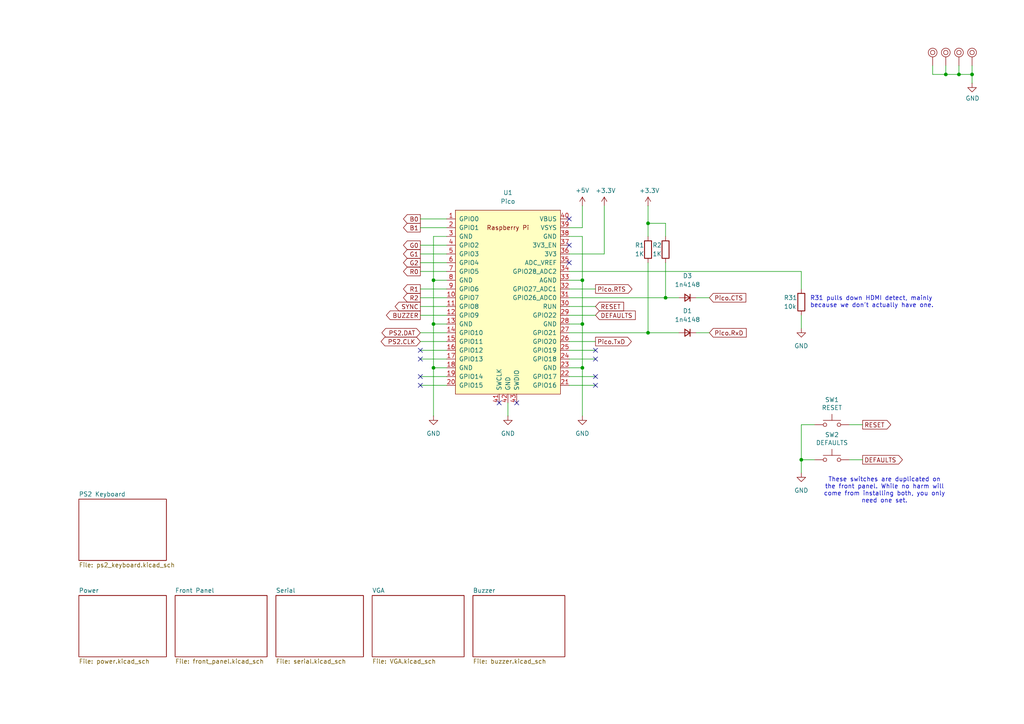
<source format=kicad_sch>
(kicad_sch (version 20231120) (generator "eeschema") (generator_version "8.0")
  (paper "A4")
  (title_block (title "BulkyModem") (rev "A") (comment 2 "for working with VGA.") (comment 3 "Some features have been removed, mostly as I plan to use it as a testbed") (comment 4 "Based on VersaTerm, but adapting the implementation to better fit with the BulkyModem."))
  (lib_symbols
    (symbol "Device:D_Small" (pin_numbers hide) (pin_names (offset 0.254) hide)
      (property "Reference" "D" (at -1.27 2.032 0))
      (property "Value" "D_Small" (at -3.81 -2.032 0))
      (symbol "D_Small_0_1"
        (polyline (pts (xy -0.762 -1.016) (xy -0.762 1.016)) (stroke (width 0.254)))
        (polyline (pts (xy -0.762 0) (xy 0.762 0)))
        (polyline (pts (xy 0.762 -1.016) (xy -0.762 0) (xy 0.762 1.016) (xy 0.762 -1.016)) (stroke (width 0.254)))
      )
      (symbol "D_Small_1_1"
        (pin passive line (at -2.54 0 0) (length 1.778) (name "K") (number "1"))
        (pin passive line (at 2.54 0 180) (length 1.778) (name "A") (number "2"))
      )
    )
    (symbol "Device:R" (pin_numbers hide) (pin_names (offset 0))
      (property "Reference" "R" (at 2.032 0 90))
      (property "Value" "R" (at 0 0 90))
      (symbol "R_0_1"
        (rectangle (start -1.016 -2.54) (end 1.016 2.54) (stroke (width 0.254)))
      )
      (symbol "R_1_1"
        (pin passive line (at 0 3.81 270) (length 1.27) (name "~") (number "1"))
        (pin passive line (at 0 -3.81 90) (length 1.27) (name "~") (number "2"))
      )
    )
    (symbol "Switch:SW_Push" (pin_numbers hide) (pin_names (offset 1.016) hide)
      (property "Reference" "SW" (at 1.27 2.54 0))
      (property "Value" "SW_Push" (at 0 -1.524 0))
      (symbol "SW_Push_0_1"
        (circle (center -2.032 0) (radius 0.508))
        (polyline (pts (xy 0 1.27) (xy 0 3.048)))
        (polyline (pts (xy 2.54 1.27) (xy -2.54 1.27)))
        (circle (center 2.032 0) (radius 0.508))
        (pin passive line (at -5.08 0 0) (length 2.54) (name "1") (number "1"))
        (pin passive line (at 5.08 0 180) (length 2.54) (name "2") (number "2"))
      )
    )
    (symbol "mounting:Mounting_Pin" (pin_numbers hide) (pin_names (offset 0) hide)
      (symbol "Mounting_Pin_0_1"
        (circle (center 0 0) (radius 0.635))
        (circle (center 0 0) (radius 1.27))
      )
      (symbol "Mounting_Pin_1_1"
        (pin passive line (at 0 -3.81 90) (length 2.54) (name "~") (number "1"))
      )
    )
    (symbol "pi_pico:Pico" (pin_names (offset 1.016))
      (property "Reference" "U" (at -13.97 27.94 0))
      (property "Value" "Pico" (at 0 19.05 0))
      (symbol "Pico_0_0"
        (text "Raspberry Pi" (at 0 21.59 0) (effects (font (size 1.27 1.27))))
      )
      (symbol "Pico_0_1"
        (rectangle (start -15.24 26.67) (end 15.24 -26.67) (fill (type background)))
      )
      (symbol "Pico_1_1"
        (pin bidirectional line (at -17.78 24.13 0) (length 2.54) (name "GPIO0") (number "1"))
        (pin bidirectional line (at -17.78 1.27 0) (length 2.54) (name "GPIO7") (number "10"))
        (pin bidirectional line (at -17.78 -1.27 0) (length 2.54) (name "GPIO8") (number "11"))
        (pin bidirectional line (at -17.78 -3.81 0) (length 2.54) (name "GPIO9") (number "12"))
        (pin power_in line (at -17.78 -6.35 0) (length 2.54) (name "GND") (number "13"))
        (pin bidirectional line (at -17.78 -8.89 0) (length 2.54) (name "GPIO10") (number "14"))
        (pin bidirectional line (at -17.78 -11.43 0) (length 2.54) (name "GPIO11") (number "15"))
        (pin bidirectional line (at -17.78 -13.97 0) (length 2.54) (name "GPIO12") (number "16"))
        (pin bidirectional line (at -17.78 -16.51 0) (length 2.54) (name "GPIO13") (number "17"))
        (pin power_in line (at -17.78 -19.05 0) (length 2.54) (name "GND") (number "18"))
        (pin bidirectional line (at -17.78 -21.59 0) (length 2.54) (name "GPIO14") (number "19"))
        (pin bidirectional line (at -17.78 21.59 0) (length 2.54) (name "GPIO1") (number "2"))
        (pin bidirectional line (at -17.78 -24.13 0) (length 2.54) (name "GPIO15") (number "20"))
        (pin bidirectional line (at 17.78 -24.13 180) (length 2.54) (name "GPIO16") (number "21"))
        (pin bidirectional line (at 17.78 -21.59 180) (length 2.54) (name "GPIO17") (number "22"))
        (pin power_in line (at 17.78 -19.05 180) (length 2.54) (name "GND") (number "23"))
        (pin bidirectional line (at 17.78 -16.51 180) (length 2.54) (name "GPIO18") (number "24"))
        (pin bidirectional line (at 17.78 -13.97 180) (length 2.54) (name "GPIO19") (number "25"))
        (pin bidirectional line (at 17.78 -11.43 180) (length 2.54) (name "GPIO20") (number "26"))
        (pin bidirectional line (at 17.78 -8.89 180) (length 2.54) (name "GPIO21") (number "27"))
        (pin power_in line (at 17.78 -6.35 180) (length 2.54) (name "GND") (number "28"))
        (pin bidirectional line (at 17.78 -3.81 180) (length 2.54) (name "GPIO22") (number "29"))
        (pin power_in line (at -17.78 19.05 0) (length 2.54) (name "GND") (number "3"))
        (pin input line (at 17.78 -1.27 180) (length 2.54) (name "RUN") (number "30"))
        (pin bidirectional line (at 17.78 1.27 180) (length 2.54) (name "GPIO26_ADC0") (number "31"))
        (pin bidirectional line (at 17.78 3.81 180) (length 2.54) (name "GPIO27_ADC1") (number "32"))
        (pin power_in line (at 17.78 6.35 180) (length 2.54) (name "AGND") (number "33"))
        (pin bidirectional line (at 17.78 8.89 180) (length 2.54) (name "GPIO28_ADC2") (number "34"))
        (pin unspecified line (at 17.78 11.43 180) (length 2.54) (name "ADC_VREF") (number "35"))
        (pin power_out line (at 17.78 13.97 180) (length 2.54) (name "3V3") (number "36"))
        (pin input line (at 17.78 16.51 180) (length 2.54) (name "3V3_EN") (number "37"))
        (pin power_in line (at 17.78 19.05 180) (length 2.54) (name "GND") (number "38"))
        (pin power_in line (at 17.78 21.59 180) (length 2.54) (name "VSYS") (number "39"))
        (pin bidirectional line (at -17.78 16.51 0) (length 2.54) (name "GPIO2") (number "4"))
        (pin unspecified line (at 17.78 24.13 180) (length 2.54) (name "VBUS") (number "40"))
        (pin input line (at -2.54 -29.21 90) (length 2.54) (name "SWCLK") (number "41"))
        (pin power_in line (at 0 -29.21 90) (length 2.54) (name "GND") (number "42"))
        (pin bidirectional line (at 2.54 -29.21 90) (length 2.54) (name "SWDIO") (number "43"))
        (pin bidirectional line (at -17.78 13.97 0) (length 2.54) (name "GPIO3") (number "5"))
        (pin bidirectional line (at -17.78 11.43 0) (length 2.54) (name "GPIO4") (number "6"))
        (pin bidirectional line (at -17.78 8.89 0) (length 2.54) (name "GPIO5") (number "7"))
        (pin power_in line (at -17.78 6.35 0) (length 2.54) (name "GND") (number "8"))
        (pin bidirectional line (at -17.78 3.81 0) (length 2.54) (name "GPIO6") (number "9"))
      )
    )
    (symbol "power:+3.3V" (power) (pin_numbers hide) (pin_names (offset 0) hide)
      (property "Value" "+3.3V" (at 0 3.556 0))
      (symbol "+3.3V_0_1"
        (polyline (pts (xy -0.762 1.27) (xy 0 2.54)))
        (polyline (pts (xy 0 0) (xy 0 2.54)))
        (polyline (pts (xy 0 2.54) (xy 0.762 1.27)))
      )
      (symbol "+3.3V_1_1"
        (pin power_in line (at 0 0 90) (length 0) (name "~") (number "1"))
      )
    )
    (symbol "power:+5V" (power) (pin_numbers hide) (pin_names (offset 0) hide)
      (property "Value" "+5V" (at 0 3.556 0))
      (symbol "+5V_0_1"
        (polyline (pts (xy -0.762 1.27) (xy 0 2.54)))
        (polyline (pts (xy 0 0) (xy 0 2.54)))
        (polyline (pts (xy 0 2.54) (xy 0.762 1.27)))
      )
      (symbol "+5V_1_1"
        (pin power_in line (at 0 0 90) (length 0) (name "~") (number "1"))
      )
    )
    (symbol "power:GND" (power) (pin_numbers hide) (pin_names (offset 0) hide)
      (property "Value" "GND" (at 0 -3.81 0))
      (symbol "GND_0_1"
        (polyline (pts (xy 0 0) (xy 0 -1.27) (xy 1.27 -1.27) (xy 0 -2.54) (xy -1.27 -1.27) (xy 0 -1.27)))
      )
      (symbol "GND_1_1"
        (pin power_in line (at 0 0 270) (length 0) (name "~") (number "1"))
      )
    )
  )
  (junction (at 274.32 21.59))
  (junction (at 125.73 81.28))
  (junction (at 168.91 106.68))
  (junction (at 168.91 93.98))
  (junction (at 125.73 106.68))
  (junction (at 232.41 133.35))
  (junction (at 193.04 86.36))
  (junction (at 187.96 64.77))
  (junction (at 125.73 93.98))
  (junction (at 187.96 96.52))
  (junction (at 278.13 21.59))
  (junction (at 281.94 21.59))
  (junction (at 168.91 81.28))
  (no_connect (at 121.92 104.14))
  (no_connect (at 144.78 116.84))
  (no_connect (at 165.1 63.5))
  (no_connect (at 165.1 76.2))
  (no_connect (at 121.92 109.22))
  (no_connect (at 121.92 111.76))
  (no_connect (at 172.72 109.22))
  (no_connect (at 149.86 116.84))
  (no_connect (at 172.72 101.6))
  (no_connect (at 121.92 101.6))
  (no_connect (at 172.72 111.76))
  (no_connect (at 172.72 104.14))
  (no_connect (at 165.1 71.12))
  (wire (pts (xy 121.92 104.14) (xy 129.54 104.14)))
  (wire (pts (xy 121.92 71.12) (xy 129.54 71.12)))
  (wire (pts (xy 274.32 21.59) (xy 274.32 19.05)))
  (wire (pts (xy 121.92 99.06) (xy 129.54 99.06)))
  (wire (pts (xy 193.04 64.77) (xy 193.04 68.58)))
  (wire (pts (xy 232.41 91.44) (xy 232.41 95.25)))
  (wire (pts (xy 187.96 64.77) (xy 193.04 64.77)))
  (wire (pts (xy 125.73 93.98) (xy 129.54 93.98)))
  (wire (pts (xy 121.92 66.04) (xy 129.54 66.04)))
  (wire (pts (xy 129.54 106.68) (xy 125.73 106.68)))
  (wire (pts (xy 121.92 78.74) (xy 129.54 78.74)))
  (wire (pts (xy 201.93 96.52) (xy 205.74 96.52)))
  (wire (pts (xy 125.73 93.98) (xy 125.73 106.68)))
  (wire (pts (xy 270.51 19.05) (xy 270.51 21.59)))
  (wire (pts (xy 121.92 96.52) (xy 129.54 96.52)))
  (wire (pts (xy 246.38 123.19) (xy 250.19 123.19)))
  (wire (pts (xy 147.32 116.84) (xy 147.32 120.65)))
  (wire (pts (xy 165.1 83.82) (xy 172.72 83.82)))
  (wire (pts (xy 165.1 91.44) (xy 172.72 91.44)))
  (wire (pts (xy 121.92 86.36) (xy 129.54 86.36)))
  (wire (pts (xy 165.1 106.68) (xy 168.91 106.68)))
  (wire (pts (xy 125.73 81.28) (xy 125.73 93.98)))
  (wire (pts (xy 165.1 88.9) (xy 172.72 88.9)))
  (wire (pts (xy 168.91 120.65) (xy 168.91 106.68)))
  (wire (pts (xy 121.92 101.6) (xy 129.54 101.6)))
  (wire (pts (xy 168.91 106.68) (xy 168.91 93.98)))
  (wire (pts (xy 165.1 66.04) (xy 168.91 66.04)))
  (wire (pts (xy 175.26 73.66) (xy 165.1 73.66)))
  (wire (pts (xy 193.04 86.36) (xy 196.85 86.36)))
  (wire (pts (xy 187.96 96.52) (xy 196.85 96.52)))
  (wire (pts (xy 274.32 21.59) (xy 278.13 21.59)))
  (wire (pts (xy 121.92 83.82) (xy 129.54 83.82)))
  (wire (pts (xy 278.13 21.59) (xy 278.13 19.05)))
  (wire (pts (xy 165.1 109.22) (xy 172.72 109.22)))
  (wire (pts (xy 187.96 76.2) (xy 187.96 96.52)))
  (wire (pts (xy 121.92 91.44) (xy 129.54 91.44)))
  (wire (pts (xy 165.1 86.36) (xy 193.04 86.36)))
  (wire (pts (xy 129.54 68.58) (xy 125.73 68.58)))
  (wire (pts (xy 168.91 68.58) (xy 165.1 68.58)))
  (wire (pts (xy 165.1 111.76) (xy 172.72 111.76)))
  (wire (pts (xy 121.92 76.2) (xy 129.54 76.2)))
  (wire (pts (xy 246.38 133.35) (xy 250.19 133.35)))
  (wire (pts (xy 175.26 59.69) (xy 175.26 73.66)))
  (wire (pts (xy 187.96 68.58) (xy 187.96 64.77)))
  (wire (pts (xy 236.22 123.19) (xy 232.41 123.19)))
  (wire (pts (xy 165.1 81.28) (xy 168.91 81.28)))
  (wire (pts (xy 121.92 63.5) (xy 129.54 63.5)))
  (wire (pts (xy 270.51 21.59) (xy 274.32 21.59)))
  (wire (pts (xy 165.1 78.74) (xy 232.41 78.74)))
  (wire (pts (xy 281.94 19.05) (xy 281.94 21.59)))
  (wire (pts (xy 232.41 133.35) (xy 232.41 137.16)))
  (wire (pts (xy 121.92 73.66) (xy 129.54 73.66)))
  (wire (pts (xy 281.94 21.59) (xy 278.13 21.59)))
  (wire (pts (xy 165.1 93.98) (xy 168.91 93.98)))
  (wire (pts (xy 129.54 81.28) (xy 125.73 81.28)))
  (wire (pts (xy 121.92 109.22) (xy 129.54 109.22)))
  (wire (pts (xy 165.1 101.6) (xy 172.72 101.6)))
  (wire (pts (xy 232.41 78.74) (xy 232.41 83.82)))
  (wire (pts (xy 193.04 76.2) (xy 193.04 86.36)))
  (wire (pts (xy 165.1 104.14) (xy 172.72 104.14)))
  (wire (pts (xy 125.73 106.68) (xy 125.73 120.65)))
  (wire (pts (xy 281.94 21.59) (xy 281.94 24.13)))
  (wire (pts (xy 232.41 123.19) (xy 232.41 133.35)))
  (wire (pts (xy 121.92 88.9) (xy 129.54 88.9)))
  (wire (pts (xy 168.91 59.69) (xy 168.91 66.04)))
  (wire (pts (xy 168.91 81.28) (xy 168.91 68.58)))
  (wire (pts (xy 232.41 133.35) (xy 236.22 133.35)))
  (wire (pts (xy 165.1 99.06) (xy 172.72 99.06)))
  (wire (pts (xy 165.1 96.52) (xy 187.96 96.52)))
  (wire (pts (xy 201.93 86.36) (xy 205.74 86.36)))
  (wire (pts (xy 121.92 111.76) (xy 129.54 111.76)))
  (wire (pts (xy 168.91 93.98) (xy 168.91 81.28)))
  (wire (pts (xy 187.96 59.69) (xy 187.96 64.77)))
  (wire (pts (xy 125.73 68.58) (xy 125.73 81.28)))
  (text "These switches are duplicated on\nthe front panel. While no harm will\ncome from installing both, you only\nneed one set." (at 256.54 142.24 0) (effects (font (size 1.27 1.27))))
  (text "R31 pulls down HDMI detect, mainly\nbecause we don't actually have one." (at 234.95 87.63 0) (effects (font (size 1.27 1.27)) (justify left)))
  (global_label "PS2.CLK" (shape bidirectional) (at 121.92 99.06 180) (property "Intersheetrefs" "${INTERSHEET_REFS}" (effects (hide yes))))
  (global_label "DEFAULTS" (shape output) (at 250.19 133.35 0) (property "Intersheetrefs" "${INTERSHEET_REFS}" (effects (hide yes))))
  (global_label "G0" (shape output) (at 121.92 71.12 180) (property "Intersheetrefs" "${INTERSHEET_REFS}" (effects (hide yes))))
  (global_label "B1" (shape output) (at 121.92 66.04 180) (property "Intersheetrefs" "${INTERSHEET_REFS}" (effects (hide yes))))
  (global_label "B0" (shape output) (at 121.92 63.5 180) (property "Intersheetrefs" "${INTERSHEET_REFS}" (effects (hide yes))))
  (global_label "RESET" (shape output) (at 250.19 123.19 0) (property "Intersheetrefs" "${INTERSHEET_REFS}" (effects (hide yes))))
  (global_label "PS2.DAT" (shape bidirectional) (at 121.92 96.52 180) (property "Intersheetrefs" "${INTERSHEET_REFS}" (effects (hide yes))))
  (global_label "Pico.CTS" (shape input) (at 205.74 86.36 0) (property "Intersheetrefs" "${INTERSHEET_REFS}" (effects (hide yes))))
  (global_label "G2" (shape output) (at 121.92 76.2 180) (property "Intersheetrefs" "${INTERSHEET_REFS}" (effects (hide yes))))
  (global_label "G1" (shape output) (at 121.92 73.66 180) (property "Intersheetrefs" "${INTERSHEET_REFS}" (effects (hide yes))))
  (global_label "RESET" (shape input) (at 172.72 88.9 0) (property "Intersheetrefs" "${INTERSHEET_REFS}" (effects (hide yes))))
  (global_label "R0" (shape output) (at 121.92 78.74 180) (property "Intersheetrefs" "${INTERSHEET_REFS}" (effects (hide yes))))
  (global_label "SYNC" (shape output) (at 121.92 88.9 180) (property "Intersheetrefs" "${INTERSHEET_REFS}" (effects (hide yes))))
  (global_label "DEFAULTS" (shape input) (at 172.72 91.44 0) (property "Intersheetrefs" "${INTERSHEET_REFS}" (effects (hide yes))))
  (global_label "R2" (shape output) (at 121.92 86.36 180) (property "Intersheetrefs" "${INTERSHEET_REFS}" (effects (hide yes))))
  (global_label "R1" (shape output) (at 121.92 83.82 180) (property "Intersheetrefs" "${INTERSHEET_REFS}" (effects (hide yes))))
  (global_label "BUZZER" (shape output) (at 121.92 91.44 180) (property "Intersheetrefs" "${INTERSHEET_REFS}" (effects (hide yes))))
  (global_label "Pico.TxD" (shape output) (at 172.72 99.06 0) (property "Intersheetrefs" "${INTERSHEET_REFS}" (effects (hide yes))))
  (global_label "Pico.RTS" (shape output) (at 172.72 83.82 0) (property "Intersheetrefs" "${INTERSHEET_REFS}" (effects (hide yes))))
  (global_label "Pico.RxD" (shape input) (at 205.74 96.52 0) (property "Intersheetrefs" "${INTERSHEET_REFS}" (effects (hide yes))))
  (symbol (lib_id "mounting:Mounting_Pin") (at 278.13 15.24 0) (unit 1)
    (property "Reference" "M3" (effects (hide yes)))
    (property "Value" "Mounting" (effects (hide yes)))
    (property "Footprint" "mounting:M3_pin" (effects (hide yes)))
    (property "Description" "Generic connector, single row, 01x01" (effects (hide yes)))
  )
  (symbol (lib_id "mounting:Mounting_Pin") (at 281.94 15.24 0) (unit 1)
    (property "Reference" "M4" (effects (hide yes)))
    (property "Value" "Mounting" (effects (hide yes)))
    (property "Footprint" "mounting:M3_pin" (effects (hide yes)))
    (property "Description" "Generic connector, single row, 01x01" (effects (hide yes)))
  )
  (symbol (lib_id "mounting:Mounting_Pin") (at 274.32 15.24 0) (unit 1)
    (property "Reference" "M2" (effects (hide yes)))
    (property "Value" "Mounting" (effects (hide yes)))
    (property "Footprint" "mounting:M3_pin" (effects (hide yes)))
    (property "Description" "Generic connector, single row, 01x01" (effects (hide yes)))
  )
  (symbol (lib_id "mounting:Mounting_Pin") (at 270.51 15.24 0) (unit 1)
    (property "Reference" "M1" (effects (hide yes)))
    (property "Value" "Mounting" (effects (hide yes)))
    (property "Footprint" "mounting:M3_pin" (effects (hide yes)))
    (property "Description" "Generic connector, single row, 01x01" (effects (hide yes)))
  )
  (symbol (lib_id "Device:D_Small") (at 199.39 86.36 180) (unit 1)
    (property "Reference" "D3" (at 199.39 80.01 0))
    (property "Value" "1n4148" (at 199.39 82.55 0))
    (property "Footprint" "Diode_THT:D_DO-35_SOD27_P7.62mm_Horizontal" (effects (hide yes)))
    (property "Description" "Diode, small symbol" (effects (hide yes)))
    (property "Sim.Device" "D" (effects (hide yes)))
    (property "Sim.Pins" "1=K 2=A" (effects (hide yes)))
  )
  (symbol (lib_id "power:GND") (at 125.73 120.65 0) (unit 1)
    (property "Reference" "#PWR014" (effects (hide yes)))
    (property "Value" "GND" (at 125.73 125.73 0))
    (property "Description" "Power symbol creates a global label with name \"GND\" , ground" (effects (hide yes)))
  )
  (symbol (lib_id "Device:R") (at 232.41 87.63 0) (unit 1)
    (property "Reference" "R31" (at 227.33 86.36 0) (effects (justify left)))
    (property "Value" "10k" (at 227.33 88.9 0) (effects (justify left)))
    (property "Footprint" "resistor:R_Axial_DIN0207_L6.3mm_D2.5mm_P10.16mm_Horizontal" (effects (hide yes)))
    (property "Description" "Resistor" (effects (hide yes)))
  )
  (symbol (lib_id "power:GND") (at 147.32 120.65 0) (unit 1)
    (property "Reference" "#PWR013" (effects (hide yes)))
    (property "Value" "GND" (at 147.32 125.73 0))
    (property "Description" "Power symbol creates a global label with name \"GND\" , ground" (effects (hide yes)))
  )
  (symbol (lib_id "power:GND") (at 168.91 120.65 0) (unit 1)
    (property "Reference" "#PWR012" (effects (hide yes)))
    (property "Value" "GND" (at 168.91 125.73 0))
    (property "Description" "Power symbol creates a global label with name \"GND\" , ground" (effects (hide yes)))
  )
  (symbol (lib_id "power:+3.3V") (at 187.96 59.69 0) (unit 1)
    (property "Reference" "#PWR05" (effects (hide yes)))
    (property "Value" "+3.3V" (at 188.341 55.2958 0))
    (property "Description" "Power symbol creates a global label with name \"+3.3V\"" (effects (hide yes)))
  )
  (symbol (lib_id "power:GND") (at 281.94 24.13 0) (unit 1)
    (property "Reference" "#PWR011" (effects (hide yes)))
    (property "Value" "GND" (at 282.067 28.5242 0))
    (property "Description" "Power symbol creates a global label with name \"GND\" , ground" (effects (hide yes)))
  )
  (symbol (lib_id "power:+5V") (at 168.91 59.69 0) (unit 1)
    (property "Reference" "#PWR01" (effects (hide yes)))
    (property "Value" "+5V" (at 168.91 55.245 0))
    (property "Description" "Power symbol creates a global label with name \"+5V\"" (effects (hide yes)))
  )
  (symbol (lib_id "Switch:SW_Push") (at 241.3 123.19 0) (unit 1)
    (property "Reference" "SW1" (at 241.3 115.951 0))
    (property "Value" "RESET" (at 241.3 118.2624 0))
    (property "Footprint" "Button_Switch_THT:SW_Tactile_SPST_Angled_PTS645Vx39-2LFS" (effects (hide yes)))
    (property "Description" "Push button switch, generic, two pins" (effects (hide yes)))
  )
  (symbol (lib_id "Device:R") (at 187.96 72.39 0) (unit 1)
    (property "Reference" "R1" (at 184.15 71.12 0) (effects (justify left)))
    (property "Value" "1K" (at 184.15 73.66 0) (effects (justify left)))
    (property "Footprint" "resistor:R_Axial_DIN0207_L6.3mm_D2.5mm_P10.16mm_Horizontal" (effects (hide yes)))
    (property "Description" "Resistor" (effects (hide yes)))
  )
  (symbol (lib_id "pi_pico:Pico") (at 147.32 87.63 0) (unit 1)
    (property "Reference" "U1" (at 147.32 55.88 0))
    (property "Value" "Pico" (at 147.32 58.42 0))
    (property "Footprint" "pi_pico:RPi_Pico_SMD_TH" (effects (hide yes)))
  )
  (symbol (lib_id "power:GND") (at 232.41 95.25 0) (unit 1)
    (property "Reference" "#PWR031" (effects (hide yes)))
    (property "Value" "GND" (at 232.41 100.33 0))
    (property "Description" "Power symbol creates a global label with name \"GND\" , ground" (effects (hide yes)))
  )
  (symbol (lib_id "Device:R") (at 193.04 72.39 0) (unit 1)
    (property "Reference" "R2" (at 189.23 71.12 0) (effects (justify left)))
    (property "Value" "1K" (at 189.23 73.66 0) (effects (justify left)))
    (property "Footprint" "resistor:R_Axial_DIN0207_L6.3mm_D2.5mm_P10.16mm_Horizontal" (effects (hide yes)))
    (property "Description" "Resistor" (effects (hide yes)))
  )
  (symbol (lib_id "Switch:SW_Push") (at 241.3 133.35 0) (unit 1)
    (property "Reference" "SW2" (at 241.3 126.111 0))
    (property "Value" "DEFAULTS" (at 241.3 128.4224 0))
    (property "Footprint" "Button_Switch_THT:SW_Tactile_SPST_Angled_PTS645Vx39-2LFS" (effects (hide yes)))
    (property "Description" "Push button switch, generic, two pins" (effects (hide yes)))
  )
  (symbol (lib_id "power:GND") (at 232.41 137.16 0) (unit 1)
    (property "Reference" "#PWR035" (effects (hide yes)))
    (property "Value" "GND" (at 232.41 142.24 0))
    (property "Description" "Power symbol creates a global label with name \"GND\" , ground" (effects (hide yes)))
  )
  (symbol (lib_id "Device:D_Small") (at 199.39 96.52 180) (unit 1)
    (property "Reference" "D1" (at 199.39 90.17 0))
    (property "Value" "1n4148" (at 199.39 92.71 0))
    (property "Footprint" "Diode_THT:D_DO-35_SOD27_P7.62mm_Horizontal" (effects (hide yes)))
    (property "Description" "Diode, small symbol" (effects (hide yes)))
    (property "Sim.Device" "D" (effects (hide yes)))
    (property "Sim.Pins" "1=K 2=A" (effects (hide yes)))
  )
  (symbol (lib_id "power:+3.3V") (at 175.26 59.69 0) (unit 1)
    (property "Reference" "#PWR03" (effects (hide yes)))
    (property "Value" "+3.3V" (at 175.641 55.2958 0))
    (property "Description" "Power symbol creates a global label with name \"+3.3V\"" (effects (hide yes)))
  )
  (sheet (at 80.01 172.72) (size 25.4 17.78)
    (property "Sheetname" "Serial" (at 80.01 172.0084 0) (effects (justify left bottom)))
    (property "Sheetfile" "serial.kicad_sch" (at 80.01 191.0846 0) (effects (justify left top)))
  )
  (sheet (at 50.8 172.72) (size 26.67 17.78)
    (property "Sheetname" "Front Panel" (at 50.8 172.0084 0) (effects (justify left bottom)))
    (property "Sheetfile" "front_panel.kicad_sch" (at 50.8 191.0846 0) (effects (justify left top)))
  )
  (sheet (at 22.86 172.72) (size 25.4 17.78)
    (property "Sheetname" "Power" (at 22.86 172.0084 0) (effects (justify left bottom)))
    (property "Sheetfile" "power.kicad_sch" (at 22.86 191.0846 0) (effects (justify left top)))
  )
  (sheet (at 137.16 172.72) (size 26.67 17.78) (stroke (width 0.1524))
    (property "Sheetname" "Buzzer" (at 137.16 172.0084 0) (effects (justify left bottom)))
    (property "Sheetfile" "buzzer.kicad_sch" (at 137.16 191.0846 0) (effects (justify left top)))
  )
  (sheet (at 22.86 144.78) (size 25.4 17.78) (stroke (width 0.1524))
    (property "Sheetname" "PS2 Keyboard" (at 22.86 144.0684 0) (effects (justify left bottom)))
    (property "Sheetfile" "ps2_keyboard.kicad_sch" (at 22.86 163.1446 0) (effects (justify left top)))
  )
  (sheet (at 107.95 172.72) (size 26.67 17.78) (stroke (width 0.1524))
    (property "Sheetname" "VGA" (at 107.95 172.0084 0) (effects (justify left bottom)))
    (property "Sheetfile" "VGA.kicad_sch" (at 107.95 191.0846 0) (effects (justify left top)))
  )
)
</source>
